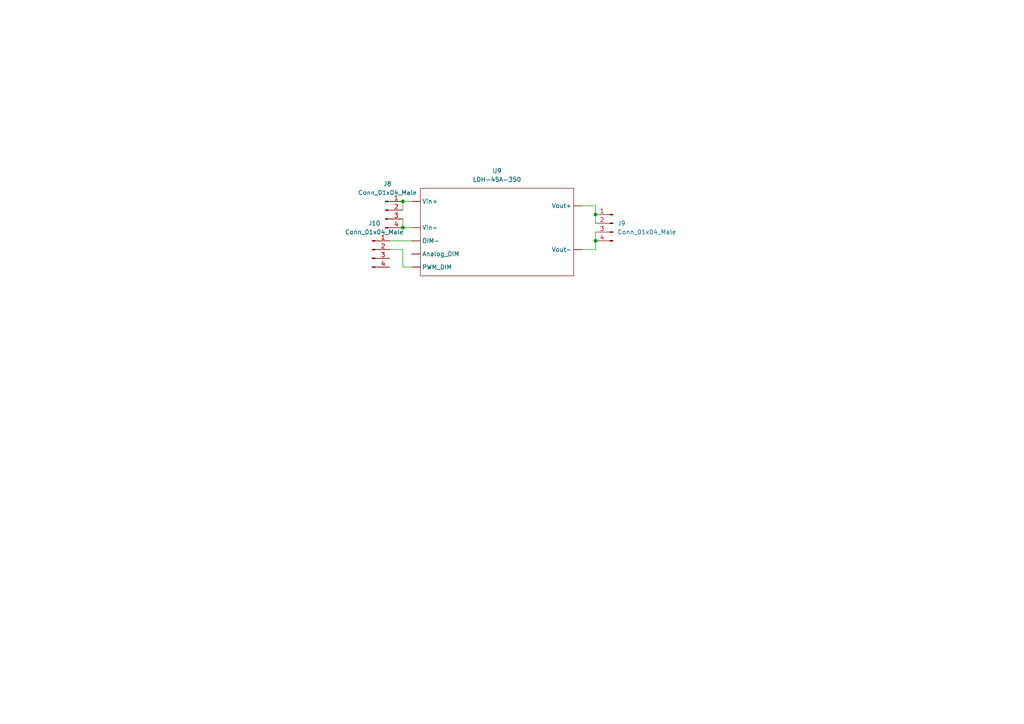
<source format=kicad_sch>
(kicad_sch (version 20211123) (generator eeschema)
  (paper "A4")
  (lib_symbols
    (symbol "Connector:Conn_01x04_Male" (pin_names (offset 1.016) hide)
      (property "Reference" "J" (at 0 5.08 0))
      (property "Value" "Conn_01x04_Male" (at 0 -7.62 0))
      (symbol "Conn_01x04_Male_1_1"
        (polyline (pts (xy 1.27 -5.08) (xy 0.8636 -5.08)) (stroke (width 0.1524)))
        (polyline (pts (xy 1.27 -2.54) (xy 0.8636 -2.54)) (stroke (width 0.1524)))
        (polyline (pts (xy 1.27 0) (xy 0.8636 0)) (stroke (width 0.1524)))
        (polyline (pts (xy 1.27 2.54) (xy 0.8636 2.54)) (stroke (width 0.1524)))
        (rectangle (start 0.8636 -4.953) (end 0 -5.207) (stroke (width 0.1524)) (fill (type outline)))
        (rectangle (start 0.8636 -2.413) (end 0 -2.667) (stroke (width 0.1524)) (fill (type outline)))
        (rectangle (start 0.8636 0.127) (end 0 -0.127) (stroke (width 0.1524)) (fill (type outline)))
        (rectangle (start 0.8636 2.667) (end 0 2.413) (stroke (width 0.1524)) (fill (type outline)))
        (pin passive line (at 5.08 2.54 180) (length 3.81) (name "Pin_1") (number "1"))
        (pin passive line (at 5.08 0 180) (length 3.81) (name "Pin_2") (number "2"))
        (pin passive line (at 5.08 -2.54 180) (length 3.81) (name "Pin_3") (number "3"))
        (pin passive line (at 5.08 -5.08 180) (length 3.81) (name "Pin_4") (number "4"))
      )
    )
    (symbol "dimmer_lib:LDH-45A-350"
      (property "Reference" "U" (at 0 -6.35 0))
      (property "Value" "LDH-45A-350" (at 0 -21.59 0))
      (symbol "LDH-45A-350_0_1"
        (rectangle (start -21.59 -8.89) (end 22.86 -34.29))
      )
      (symbol "LDH-45A-350_1_1"
        (pin input line (at -24.13 -27.94 0) (length 2.54) (name "Analog_DIM") (number ""))
        (pin power_in line (at -24.13 -24.13 0) (length 2.54) (name "DIM-") (number ""))
        (pin input line (at -24.13 -31.75 0) (length 2.54) (name "PWM_DIM") (number ""))
        (pin power_in line (at -24.13 -12.7 0) (length 2.54) (name "Vin+") (number ""))
        (pin power_in line (at -24.13 -20.32 0) (length 2.54) (name "Vin-") (number ""))
        (pin power_out line (at 25.4 -13.97 180) (length 2.54) (name "Vout+") (number ""))
        (pin power_out line (at 25.4 -26.67 180) (length 2.54) (name "Vout-") (number ""))
      )
    )
  )
  (junction (at 116.84 58.42))
  (junction (at 116.84 66.04))
  (junction (at 172.72 69.85))
  (junction (at 172.72 62.23))
  (wire (pts (xy 172.72 59.69) (xy 172.72 62.23)))
  (wire (pts (xy 116.84 58.42) (xy 116.84 60.96)))
  (wire (pts (xy 172.72 62.23) (xy 172.72 64.77)))
  (wire (pts (xy 116.84 66.04) (xy 119.38 66.04)))
  (wire (pts (xy 172.72 67.31) (xy 172.72 69.85)))
  (wire (pts (xy 116.84 77.47) (xy 116.84 72.39)))
  (wire (pts (xy 172.72 72.39) (xy 172.72 69.85)))
  (wire (pts (xy 119.38 77.47) (xy 116.84 77.47)))
  (wire (pts (xy 116.84 72.39) (xy 113.03 72.39)))
  (wire (pts (xy 116.84 63.5) (xy 116.84 66.04)))
  (wire (pts (xy 168.91 59.69) (xy 172.72 59.69)))
  (wire (pts (xy 116.84 58.42) (xy 119.38 58.42)))
  (wire (pts (xy 168.91 72.39) (xy 172.72 72.39)))
  (wire (pts (xy 113.03 69.85) (xy 119.38 69.85)))
  (symbol (lib_id "dimmer_lib:LDH-45A-350") (at 143.51 45.72 0) (unit 1)
    (property "Reference" "U9" (at 144.145 49.53 0))
    (property "Value" "LDH-45A-350" (at 144.145 52.07 0))
    (property "Footprint" "dimmer:LDH-45A" (effects hide))
  )
  (symbol (lib_id "Connector:Conn_01x04_Male") (at 177.8 64.77 0) (mirror y) (unit 1)
    (property "Reference" "J9" (at 179.07 64.7699 0) (effects (justify right)))
    (property "Value" "Conn_01x04_Male" (at 179.07 67.3099 0) (effects (justify right)))
  )
  (symbol (lib_id "Connector:Conn_01x04_Male") (at 111.76 60.96 0) (unit 1)
    (property "Reference" "J8" (at 112.395 53.34 0))
    (property "Value" "Conn_01x04_Male" (at 112.395 55.88 0))
  )
  (symbol (lib_id "Connector:Conn_01x04_Male") (at 107.95 72.39 0) (unit 1)
    (property "Reference" "J10" (at 108.585 64.77 0))
    (property "Value" "Conn_01x04_Male" (at 108.585 67.31 0))
  )
)
</source>
